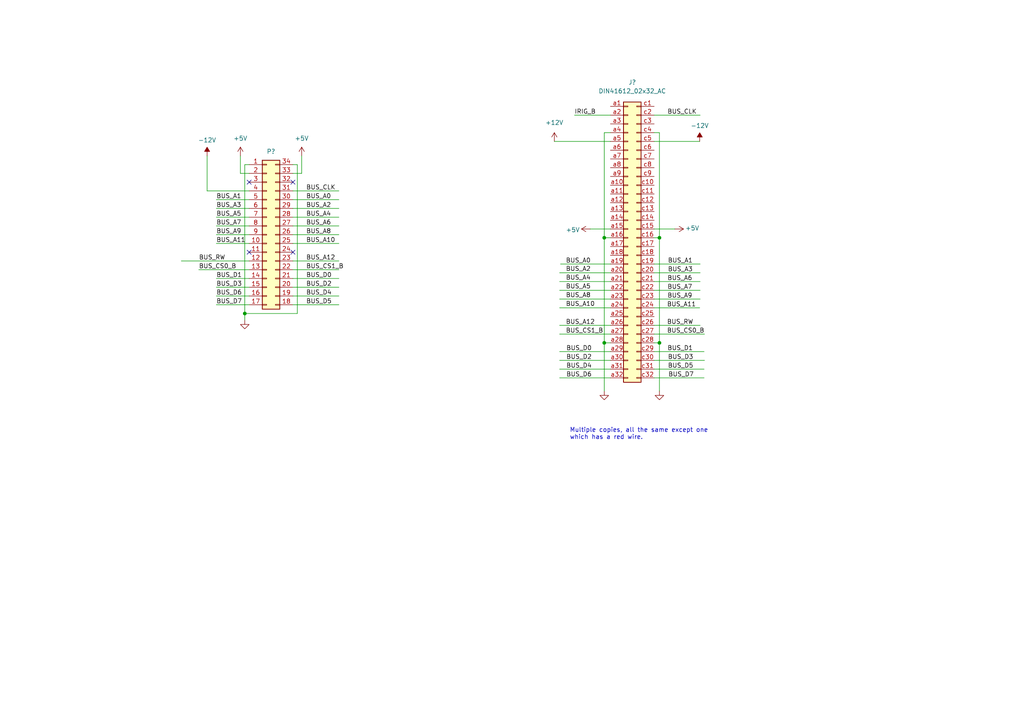
<source format=kicad_sch>
(kicad_sch (version 20211123) (generator eeschema)
  (paper "A4")
  (title_block (company "Gary Milliorn"))
  (lib_symbols
    (symbol "Connector:DIN41612_02x32_AC" (pin_names (offset 1.016) hide)
      (property "Reference" "J" (at 1.27 40.64 0))
      (property "Value" "DIN41612_02x32_AC" (at 1.27 -43.18 0))
      (symbol "DIN41612_02x32_AC_1_1"
        (rectangle (start -1.27 -40.513) (end 0 -40.767) (stroke (width 0.1524)))
        (rectangle (start -1.27 -37.973) (end 0 -38.227) (stroke (width 0.1524)))
        (rectangle (start -1.27 -35.433) (end 0 -35.687) (stroke (width 0.1524)))
        (rectangle (start -1.27 -32.893) (end 0 -33.147) (stroke (width 0.1524)))
        (rectangle (start -1.27 -30.353) (end 0 -30.607) (stroke (width 0.1524)))
        (rectangle (start -1.27 -27.813) (end 0 -28.067) (stroke (width 0.1524)))
        (rectangle (start -1.27 -25.273) (end 0 -25.527) (stroke (width 0.1524)))
        (rectangle (start -1.27 -22.733) (end 0 -22.987) (stroke (width 0.1524)))
        (rectangle (start -1.27 -20.193) (end 0 -20.447) (stroke (width 0.1524)))
        (rectangle (start -1.27 -17.653) (end 0 -17.907) (stroke (width 0.1524)))
        (rectangle (start -1.27 -15.113) (end 0 -15.367) (stroke (width 0.1524)))
        (rectangle (start -1.27 -12.573) (end 0 -12.827) (stroke (width 0.1524)))
        (rectangle (start -1.27 -10.033) (end 0 -10.287) (stroke (width 0.1524)))
        (rectangle (start -1.27 -7.493) (end 0 -7.747) (stroke (width 0.1524)))
        (rectangle (start -1.27 -4.953) (end 0 -5.207) (stroke (width 0.1524)))
        (rectangle (start -1.27 -2.413) (end 0 -2.667) (stroke (width 0.1524)))
        (rectangle (start -1.27 0.127) (end 0 -0.127) (stroke (width 0.1524)))
        (rectangle (start -1.27 2.667) (end 0 2.413) (stroke (width 0.1524)))
        (rectangle (start -1.27 5.207) (end 0 4.953) (stroke (width 0.1524)))
        (rectangle (start -1.27 7.747) (end 0 7.493) (stroke (width 0.1524)))
        (rectangle (start -1.27 10.287) (end 0 10.033) (stroke (width 0.1524)))
        (rectangle (start -1.27 12.827) (end 0 12.573) (stroke (width 0.1524)))
        (rectangle (start -1.27 15.367) (end 0 15.113) (stroke (width 0.1524)))
        (rectangle (start -1.27 17.907) (end 0 17.653) (stroke (width 0.1524)))
        (rectangle (start -1.27 20.447) (end 0 20.193) (stroke (width 0.1524)))
        (rectangle (start -1.27 22.987) (end 0 22.733) (stroke (width 0.1524)))
        (rectangle (start -1.27 25.527) (end 0 25.273) (stroke (width 0.1524)))
        (rectangle (start -1.27 28.067) (end 0 27.813) (stroke (width 0.1524)))
        (rectangle (start -1.27 30.607) (end 0 30.353) (stroke (width 0.1524)))
        (rectangle (start -1.27 33.147) (end 0 32.893) (stroke (width 0.1524)))
        (rectangle (start -1.27 35.687) (end 0 35.433) (stroke (width 0.1524)))
        (rectangle (start -1.27 38.227) (end 0 37.973) (stroke (width 0.1524)))
        (rectangle (start -1.27 39.37) (end 3.81 -41.91) (stroke (width 0.254)) (fill (type background)))
        (rectangle (start 3.81 -40.513) (end 2.54 -40.767) (stroke (width 0.1524)))
        (rectangle (start 3.81 -37.973) (end 2.54 -38.227) (stroke (width 0.1524)))
        (rectangle (start 3.81 -35.433) (end 2.54 -35.687) (stroke (width 0.1524)))
        (rectangle (start 3.81 -32.893) (end 2.54 -33.147) (stroke (width 0.1524)))
        (rectangle (start 3.81 -30.353) (end 2.54 -30.607) (stroke (width 0.1524)))
        (rectangle (start 3.81 -27.813) (end 2.54 -28.067) (stroke (width 0.1524)))
        (rectangle (start 3.81 -25.273) (end 2.54 -25.527) (stroke (width 0.1524)))
        (rectangle (start 3.81 -22.733) (end 2.54 -22.987) (stroke (width 0.1524)))
        (rectangle (start 3.81 -20.193) (end 2.54 -20.447) (stroke (width 0.1524)))
        (rectangle (start 3.81 -17.653) (end 2.54 -17.907) (stroke (width 0.1524)))
        (rectangle (start 3.81 -15.113) (end 2.54 -15.367) (stroke (width 0.1524)))
        (rectangle (start 3.81 -12.573) (end 2.54 -12.827) (stroke (width 0.1524)))
        (rectangle (start 3.81 -10.033) (end 2.54 -10.287) (stroke (width 0.1524)))
        (rectangle (start 3.81 -7.493) (end 2.54 -7.747) (stroke (width 0.1524)))
        (rectangle (start 3.81 -4.953) (end 2.54 -5.207) (stroke (width 0.1524)))
        (rectangle (start 3.81 -2.413) (end 2.54 -2.667) (stroke (width 0.1524)))
        (rectangle (start 3.81 0.127) (end 2.54 -0.127) (stroke (width 0.1524)))
        (rectangle (start 3.81 2.667) (end 2.54 2.413) (stroke (width 0.1524)))
        (rectangle (start 3.81 5.207) (end 2.54 4.953) (stroke (width 0.1524)))
        (rectangle (start 3.81 7.747) (end 2.54 7.493) (stroke (width 0.1524)))
        (rectangle (start 3.81 10.287) (end 2.54 10.033) (stroke (width 0.1524)))
        (rectangle (start 3.81 12.827) (end 2.54 12.573) (stroke (width 0.1524)))
        (rectangle (start 3.81 15.367) (end 2.54 15.113) (stroke (width 0.1524)))
        (rectangle (start 3.81 17.907) (end 2.54 17.653) (stroke (width 0.1524)))
        (rectangle (start 3.81 20.447) (end 2.54 20.193) (stroke (width 0.1524)))
        (rectangle (start 3.81 22.987) (end 2.54 22.733) (stroke (width 0.1524)))
        (rectangle (start 3.81 25.527) (end 2.54 25.273) (stroke (width 0.1524)))
        (rectangle (start 3.81 28.067) (end 2.54 27.813) (stroke (width 0.1524)))
        (rectangle (start 3.81 30.607) (end 2.54 30.353) (stroke (width 0.1524)))
        (rectangle (start 3.81 33.147) (end 2.54 32.893) (stroke (width 0.1524)))
        (rectangle (start 3.81 35.687) (end 2.54 35.433) (stroke (width 0.1524)))
        (rectangle (start 3.81 38.227) (end 2.54 37.973) (stroke (width 0.1524)))
        (pin passive line (at -5.08 38.1 0) (length 3.81) (name "Pin_a1") (number "a1"))
        (pin passive line (at -5.08 15.24 0) (length 3.81) (name "Pin_a10") (number "a10"))
        (pin passive line (at -5.08 12.7 0) (length 3.81) (name "Pin_a11") (number "a11"))
        (pin passive line (at -5.08 10.16 0) (length 3.81) (name "Pin_a12") (number "a12"))
        (pin passive line (at -5.08 7.62 0) (length 3.81) (name "Pin_a13") (number "a13"))
        (pin passive line (at -5.08 5.08 0) (length 3.81) (name "Pin_a14") (number "a14"))
        (pin passive line (at -5.08 2.54 0) (length 3.81) (name "Pin_a15") (number "a15"))
        (pin passive line (at -5.08 0 0) (length 3.81) (name "Pin_a16") (number "a16"))
        (pin passive line (at -5.08 -2.54 0) (length 3.81) (name "Pin_a17") (number "a17"))
        (pin passive line (at -5.08 -5.08 0) (length 3.81) (name "Pin_a18") (number "a18"))
        (pin passive line (at -5.08 -7.62 0) (length 3.81) (name "Pin_a19") (number "a19"))
        (pin passive line (at -5.08 35.56 0) (length 3.81) (name "Pin_a2") (number "a2"))
        (pin passive line (at -5.08 -10.16 0) (length 3.81) (name "Pin_a20") (number "a20"))
        (pin passive line (at -5.08 -12.7 0) (length 3.81) (name "Pin_a21") (number "a21"))
        (pin passive line (at -5.08 -15.24 0) (length 3.81) (name "Pin_a22") (number "a22"))
        (pin passive line (at -5.08 -17.78 0) (length 3.81) (name "Pin_a23") (number "a23"))
        (pin passive line (at -5.08 -20.32 0) (length 3.81) (name "Pin_a24") (number "a24"))
        (pin passive line (at -5.08 -22.86 0) (length 3.81) (name "Pin_a25") (number "a25"))
        (pin passive line (at -5.08 -25.4 0) (length 3.81) (name "Pin_a26") (number "a26"))
        (pin passive line (at -5.08 -27.94 0) (length 3.81) (name "Pin_a27") (number "a27"))
        (pin passive line (at -5.08 -30.48 0) (length 3.81) (name "Pin_a28") (number "a28"))
        (pin passive line (at -5.08 -33.02 0) (length 3.81) (name "Pin_a29") (number "a29"))
        (pin passive line (at -5.08 33.02 0) (length 3.81) (name "Pin_a3") (number "a3"))
        (pin passive line (at -5.08 -35.56 0) (length 3.81) (name "Pin_a30") (number "a30"))
        (pin passive line (at -5.08 -38.1 0) (length 3.81) (name "Pin_a31") (number "a31"))
        (pin passive line (at -5.08 -40.64 0) (length 3.81) (name "Pin_a32") (number "a32"))
        (pin passive line (at -5.08 30.48 0) (length 3.81) (name "Pin_a4") (number "a4"))
        (pin passive line (at -5.08 27.94 0) (length 3.81) (name "Pin_a5") (number "a5"))
        (pin passive line (at -5.08 25.4 0) (length 3.81) (name "Pin_a6") (number "a6"))
        (pin passive line (at -5.08 22.86 0) (length 3.81) (name "Pin_a7") (number "a7"))
        (pin passive line (at -5.08 20.32 0) (length 3.81) (name "Pin_a8") (number "a8"))
        (pin passive line (at -5.08 17.78 0) (length 3.81) (name "Pin_a9") (number "a9"))
        (pin passive line (at 7.62 38.1 180) (length 3.81) (name "Pin_c1") (number "c1"))
        (pin passive line (at 7.62 15.24 180) (length 3.81) (name "Pin_c10") (number "c10"))
        (pin passive line (at 7.62 12.7 180) (length 3.81) (name "Pin_c11") (number "c11"))
        (pin passive line (at 7.62 10.16 180) (length 3.81) (name "Pin_c12") (number "c12"))
        (pin passive line (at 7.62 7.62 180) (length 3.81) (name "Pin_c13") (number "c13"))
        (pin passive line (at 7.62 5.08 180) (length 3.81) (name "Pin_c14") (number "c14"))
        (pin passive line (at 7.62 2.54 180) (length 3.81) (name "Pin_c15") (number "c15"))
        (pin passive line (at 7.62 0 180) (length 3.81) (name "Pin_c16") (number "c16"))
        (pin passive line (at 7.62 -2.54 180) (length 3.81) (name "Pin_c17") (number "c17"))
        (pin passive line (at 7.62 -5.08 180) (length 3.81) (name "Pin_c18") (number "c18"))
        (pin passive line (at 7.62 -7.62 180) (length 3.81) (name "Pin_c19") (number "c19"))
        (pin passive line (at 7.62 35.56 180) (length 3.81) (name "Pin_c2") (number "c2"))
        (pin passive line (at 7.62 -10.16 180) (length 3.81) (name "Pin_c20") (number "c20"))
        (pin passive line (at 7.62 -12.7 180) (length 3.81) (name "Pin_c21") (number "c21"))
        (pin passive line (at 7.62 -15.24 180) (length 3.81) (name "Pin_c22") (number "c22"))
        (pin passive line (at 7.62 -17.78 180) (length 3.81) (name "Pin_c23") (number "c23"))
        (pin passive line (at 7.62 -20.32 180) (length 3.81) (name "Pin_c24") (number "c24"))
        (pin passive line (at 7.62 -22.86 180) (length 3.81) (name "Pin_c25") (number "c25"))
        (pin passive line (at 7.62 -25.4 180) (length 3.81) (name "Pin_c26") (number "c26"))
        (pin passive line (at 7.62 -27.94 180) (length 3.81) (name "Pin_c27") (number "c27"))
        (pin passive line (at 7.62 -30.48 180) (length 3.81) (name "Pin_c28") (number "c28"))
        (pin passive line (at 7.62 -33.02 180) (length 3.81) (name "Pin_c29") (number "c29"))
        (pin passive line (at 7.62 33.02 180) (length 3.81) (name "Pin_c3") (number "c3"))
        (pin passive line (at 7.62 -35.56 180) (length 3.81) (name "Pin_c30") (number "c30"))
        (pin passive line (at 7.62 -38.1 180) (length 3.81) (name "Pin_c31") (number "c31"))
        (pin passive line (at 7.62 -40.64 180) (length 3.81) (name "Pin_c32") (number "c32"))
        (pin passive line (at 7.62 30.48 180) (length 3.81) (name "Pin_c4") (number "c4"))
        (pin passive line (at 7.62 27.94 180) (length 3.81) (name "Pin_c5") (number "c5"))
        (pin passive line (at 7.62 25.4 180) (length 3.81) (name "Pin_c6") (number "c6"))
        (pin passive line (at 7.62 22.86 180) (length 3.81) (name "Pin_c7") (number "c7"))
        (pin passive line (at 7.62 20.32 180) (length 3.81) (name "Pin_c8") (number "c8"))
        (pin passive line (at 7.62 17.78 180) (length 3.81) (name "Pin_c9") (number "c9"))
      )
    )
    (symbol "Connector_Generic:Conn_02x17_Counter_Clockwise" (pin_names (offset 1.016) hide)
      (property "Reference" "J" (at 1.27 22.86 0))
      (property "Value" "Conn_02x17_Counter_Clockwise" (at 1.27 -22.86 0))
      (symbol "Conn_02x17_Counter_Clockwise_1_1"
        (rectangle (start -1.27 -20.193) (end 0 -20.447) (stroke (width 0.1524)))
        (rectangle (start -1.27 -17.653) (end 0 -17.907) (stroke (width 0.1524)))
        (rectangle (start -1.27 -15.113) (end 0 -15.367) (stroke (width 0.1524)))
        (rectangle (start -1.27 -12.573) (end 0 -12.827) (stroke (width 0.1524)))
        (rectangle (start -1.27 -10.033) (end 0 -10.287) (stroke (width 0.1524)))
        (rectangle (start -1.27 -7.493) (end 0 -7.747) (stroke (width 0.1524)))
        (rectangle (start -1.27 -4.953) (end 0 -5.207) (stroke (width 0.1524)))
        (rectangle (start -1.27 -2.413) (end 0 -2.667) (stroke (width 0.1524)))
        (rectangle (start -1.27 0.127) (end 0 -0.127) (stroke (width 0.1524)))
        (rectangle (start -1.27 2.667) (end 0 2.413) (stroke (width 0.1524)))
        (rectangle (start -1.27 5.207) (end 0 4.953) (stroke (width 0.1524)))
        (rectangle (start -1.27 7.747) (end 0 7.493) (stroke (width 0.1524)))
        (rectangle (start -1.27 10.287) (end 0 10.033) (stroke (width 0.1524)))
        (rectangle (start -1.27 12.827) (end 0 12.573) (stroke (width 0.1524)))
        (rectangle (start -1.27 15.367) (end 0 15.113) (stroke (width 0.1524)))
        (rectangle (start -1.27 17.907) (end 0 17.653) (stroke (width 0.1524)))
        (rectangle (start -1.27 20.447) (end 0 20.193) (stroke (width 0.1524)))
        (rectangle (start -1.27 21.59) (end 3.81 -21.59) (stroke (width 0.254)) (fill (type background)))
        (rectangle (start 3.81 -20.193) (end 2.54 -20.447) (stroke (width 0.1524)))
        (rectangle (start 3.81 -17.653) (end 2.54 -17.907) (stroke (width 0.1524)))
        (rectangle (start 3.81 -15.113) (end 2.54 -15.367) (stroke (width 0.1524)))
        (rectangle (start 3.81 -12.573) (end 2.54 -12.827) (stroke (width 0.1524)))
        (rectangle (start 3.81 -10.033) (end 2.54 -10.287) (stroke (width 0.1524)))
        (rectangle (start 3.81 -7.493) (end 2.54 -7.747) (stroke (width 0.1524)))
        (rectangle (start 3.81 -4.953) (end 2.54 -5.207) (stroke (width 0.1524)))
        (rectangle (start 3.81 -2.413) (end 2.54 -2.667) (stroke (width 0.1524)))
        (rectangle (start 3.81 0.127) (end 2.54 -0.127) (stroke (width 0.1524)))
        (rectangle (start 3.81 2.667) (end 2.54 2.413) (stroke (width 0.1524)))
        (rectangle (start 3.81 5.207) (end 2.54 4.953) (stroke (width 0.1524)))
        (rectangle (start 3.81 7.747) (end 2.54 7.493) (stroke (width 0.1524)))
        (rectangle (start 3.81 10.287) (end 2.54 10.033) (stroke (width 0.1524)))
        (rectangle (start 3.81 12.827) (end 2.54 12.573) (stroke (width 0.1524)))
        (rectangle (start 3.81 15.367) (end 2.54 15.113) (stroke (width 0.1524)))
        (rectangle (start 3.81 17.907) (end 2.54 17.653) (stroke (width 0.1524)))
        (rectangle (start 3.81 20.447) (end 2.54 20.193) (stroke (width 0.1524)))
        (pin passive line (at -5.08 20.32 0) (length 3.81) (name "Pin_1") (number "1"))
        (pin passive line (at -5.08 -2.54 0) (length 3.81) (name "Pin_10") (number "10"))
        (pin passive line (at -5.08 -5.08 0) (length 3.81) (name "Pin_11") (number "11"))
        (pin passive line (at -5.08 -7.62 0) (length 3.81) (name "Pin_12") (number "12"))
        (pin passive line (at -5.08 -10.16 0) (length 3.81) (name "Pin_13") (number "13"))
        (pin passive line (at -5.08 -12.7 0) (length 3.81) (name "Pin_14") (number "14"))
        (pin passive line (at -5.08 -15.24 0) (length 3.81) (name "Pin_15") (number "15"))
        (pin passive line (at -5.08 -17.78 0) (length 3.81) (name "Pin_16") (number "16"))
        (pin passive line (at -5.08 -20.32 0) (length 3.81) (name "Pin_17") (number "17"))
        (pin passive line (at 7.62 -20.32 180) (length 3.81) (name "Pin_18") (number "18"))
        (pin passive line (at 7.62 -17.78 180) (length 3.81) (name "Pin_19") (number "19"))
        (pin passive line (at -5.08 17.78 0) (length 3.81) (name "Pin_2") (number "2"))
        (pin passive line (at 7.62 -15.24 180) (length 3.81) (name "Pin_20") (number "20"))
        (pin passive line (at 7.62 -12.7 180) (length 3.81) (name "Pin_21") (number "21"))
        (pin passive line (at 7.62 -10.16 180) (length 3.81) (name "Pin_22") (number "22"))
        (pin passive line (at 7.62 -7.62 180) (length 3.81) (name "Pin_23") (number "23"))
        (pin passive line (at 7.62 -5.08 180) (length 3.81) (name "Pin_24") (number "24"))
        (pin passive line (at 7.62 -2.54 180) (length 3.81) (name "Pin_25") (number "25"))
        (pin passive line (at 7.62 0 180) (length 3.81) (name "Pin_26") (number "26"))
        (pin passive line (at 7.62 2.54 180) (length 3.81) (name "Pin_27") (number "27"))
        (pin passive line (at 7.62 5.08 180) (length 3.81) (name "Pin_28") (number "28"))
        (pin passive line (at 7.62 7.62 180) (length 3.81) (name "Pin_29") (number "29"))
        (pin passive line (at -5.08 15.24 0) (length 3.81) (name "Pin_3") (number "3"))
        (pin passive line (at 7.62 10.16 180) (length 3.81) (name "Pin_30") (number "30"))
        (pin passive line (at 7.62 12.7 180) (length 3.81) (name "Pin_31") (number "31"))
        (pin passive line (at 7.62 15.24 180) (length 3.81) (name "Pin_32") (number "32"))
        (pin passive line (at 7.62 17.78 180) (length 3.81) (name "Pin_33") (number "33"))
        (pin passive line (at 7.62 20.32 180) (length 3.81) (name "Pin_34") (number "34"))
        (pin passive line (at -5.08 12.7 0) (length 3.81) (name "Pin_4") (number "4"))
        (pin passive line (at -5.08 10.16 0) (length 3.81) (name "Pin_5") (number "5"))
        (pin passive line (at -5.08 7.62 0) (length 3.81) (name "Pin_6") (number "6"))
        (pin passive line (at -5.08 5.08 0) (length 3.81) (name "Pin_7") (number "7"))
        (pin passive line (at -5.08 2.54 0) (length 3.81) (name "Pin_8") (number "8"))
        (pin passive line (at -5.08 0 0) (length 3.81) (name "Pin_9") (number "9"))
      )
    )
    (symbol "power:+12V" (power) (pin_names (offset 0))
      (property "Value" "+12V" (at 0 3.556 0))
      (symbol "+12V_0_1"
        (polyline (pts (xy -0.762 1.27) (xy 0 2.54)))
        (polyline (pts (xy 0 0) (xy 0 2.54)))
        (polyline (pts (xy 0 2.54) (xy 0.762 1.27)))
      )
      (symbol "+12V_1_1"
        (pin power_in line (at 0 0 90) (length 0) hide (name "+12V") (number "1"))
      )
    )
    (symbol "power:+5V" (power) (pin_names (offset 0))
      (property "Value" "+5V" (at 0 3.556 0))
      (symbol "+5V_0_1"
        (polyline (pts (xy -0.762 1.27) (xy 0 2.54)))
        (polyline (pts (xy 0 0) (xy 0 2.54)))
        (polyline (pts (xy 0 2.54) (xy 0.762 1.27)))
      )
      (symbol "+5V_1_1"
        (pin power_in line (at 0 0 90) (length 0) hide (name "+5V") (number "1"))
      )
    )
    (symbol "power:-12V" (power) (pin_names (offset 0))
      (property "Value" "-12V" (at 0 3.81 0))
      (symbol "-12V_0_0"
        (pin power_in line (at 0 0 90) (length 0) hide (name "-12V") (number "1"))
      )
      (symbol "-12V_0_1"
        (polyline (pts (xy 0 0) (xy 0 1.27) (xy 0.762 1.27) (xy 0 2.54) (xy -0.762 1.27) (xy 0 1.27)) (fill (type outline)))
      )
    )
    (symbol "power:GND" (power) (pin_names (offset 0))
      (property "Value" "GND" (at 0 -3.81 0))
      (symbol "GND_0_1"
        (polyline (pts (xy 0 0) (xy 0 -1.27) (xy 1.27 -1.27) (xy 0 -2.54) (xy -1.27 -1.27) (xy 0 -1.27)))
      )
      (symbol "GND_1_1"
        (pin power_in line (at 0 0 270) (length 0) hide (name "GND") (number "1"))
      )
    )
  )
  (junction (at 70.993 90.932))
  (junction (at 191.262 99.441))
  (junction (at 175.26 68.961))
  (junction (at 175.26 99.441))
  (junction (at 191.262 68.961))
  (no_connect (at 84.963 52.832))
  (no_connect (at 72.263 52.832))
  (no_connect (at 72.263 73.152))
  (no_connect (at 84.963 73.152))
  (wire (pts (xy 177.038 41.021) (xy 160.782 41.021)))
  (wire (pts (xy 191.262 99.441) (xy 191.262 113.411)))
  (wire (pts (xy 189.738 101.981) (xy 204.216 101.981)))
  (wire (pts (xy 84.963 62.992) (xy 98.298 62.992)))
  (wire (pts (xy 189.738 84.201) (xy 203.073 84.201)))
  (wire (pts (xy 189.738 107.061) (xy 204.216 107.061)))
  (wire (pts (xy 70.993 47.752) (xy 70.993 90.932)))
  (wire (pts (xy 62.738 80.772) (xy 72.263 80.772)))
  (wire (pts (xy 62.738 70.612) (xy 72.263 70.612)))
  (wire (pts (xy 189.738 33.401) (xy 203.073 33.401)))
  (wire (pts (xy 162.306 94.361) (xy 177.038 94.361)))
  (wire (pts (xy 84.963 55.372) (xy 98.298 55.372)))
  (wire (pts (xy 84.963 68.072) (xy 98.298 68.072)))
  (wire (pts (xy 62.738 57.912) (xy 72.263 57.912)))
  (wire (pts (xy 72.263 78.232) (xy 57.658 78.232)))
  (wire (pts (xy 191.262 99.441) (xy 191.262 68.961)))
  (wire (pts (xy 162.306 96.901) (xy 177.038 96.901)))
  (wire (pts (xy 84.963 70.612) (xy 98.298 70.612)))
  (wire (pts (xy 175.26 99.441) (xy 175.26 68.961)))
  (wire (pts (xy 189.738 104.521) (xy 204.343 104.521)))
  (wire (pts (xy 72.263 50.292) (xy 69.723 50.292)))
  (wire (pts (xy 84.963 65.532) (xy 98.298 65.532)))
  (wire (pts (xy 162.306 84.201) (xy 177.038 84.201)))
  (wire (pts (xy 171.196 66.421) (xy 177.038 66.421)))
  (wire (pts (xy 162.306 79.121) (xy 177.038 79.121)))
  (wire (pts (xy 191.262 68.961) (xy 191.262 38.481)))
  (wire (pts (xy 162.56 76.581) (xy 177.038 76.581)))
  (wire (pts (xy 86.233 47.752) (xy 84.963 47.752)))
  (wire (pts (xy 189.738 76.581) (xy 203.073 76.581)))
  (wire (pts (xy 162.306 81.661) (xy 177.038 81.661)))
  (wire (pts (xy 177.038 38.481) (xy 175.26 38.481)))
  (wire (pts (xy 69.723 45.212) (xy 69.723 50.292)))
  (wire (pts (xy 62.738 68.072) (xy 72.263 68.072)))
  (wire (pts (xy 175.26 99.441) (xy 175.26 113.411)))
  (wire (pts (xy 175.26 99.441) (xy 177.038 99.441)))
  (wire (pts (xy 84.963 80.772) (xy 98.298 80.772)))
  (wire (pts (xy 84.963 75.692) (xy 98.298 75.692)))
  (wire (pts (xy 84.963 88.392) (xy 98.298 88.392)))
  (wire (pts (xy 84.963 85.852) (xy 98.298 85.852)))
  (wire (pts (xy 70.993 90.932) (xy 86.233 90.932)))
  (wire (pts (xy 52.578 75.692) (xy 72.263 75.692)))
  (wire (pts (xy 189.738 96.901) (xy 204.343 96.901)))
  (wire (pts (xy 189.738 109.601) (xy 204.216 109.601)))
  (wire (pts (xy 162.306 89.281) (xy 177.038 89.281)))
  (wire (pts (xy 84.963 78.232) (xy 98.298 78.232)))
  (wire (pts (xy 191.262 38.481) (xy 189.738 38.481)))
  (wire (pts (xy 84.963 57.912) (xy 98.298 57.912)))
  (wire (pts (xy 72.263 83.312) (xy 62.738 83.312)))
  (wire (pts (xy 62.738 85.852) (xy 72.263 85.852)))
  (wire (pts (xy 162.306 104.521) (xy 177.038 104.521)))
  (wire (pts (xy 87.503 50.292) (xy 84.963 50.292)))
  (wire (pts (xy 189.738 89.281) (xy 202.946 89.281)))
  (wire (pts (xy 189.738 79.121) (xy 203.073 79.121)))
  (wire (pts (xy 62.738 60.452) (xy 72.263 60.452)))
  (wire (pts (xy 162.306 101.981) (xy 177.038 101.981)))
  (wire (pts (xy 166.624 33.401) (xy 177.038 33.401)))
  (wire (pts (xy 62.738 65.532) (xy 72.263 65.532)))
  (wire (pts (xy 162.306 109.601) (xy 177.038 109.601)))
  (wire (pts (xy 189.738 41.021) (xy 202.946 41.021)))
  (wire (pts (xy 189.738 81.661) (xy 203.073 81.661)))
  (wire (pts (xy 162.306 107.061) (xy 177.038 107.061)))
  (wire (pts (xy 86.233 90.932) (xy 86.233 47.752)))
  (wire (pts (xy 72.263 55.372) (xy 60.071 55.372)))
  (wire (pts (xy 72.263 47.752) (xy 70.993 47.752)))
  (wire (pts (xy 84.963 83.312) (xy 98.298 83.312)))
  (wire (pts (xy 175.26 68.961) (xy 177.038 68.961)))
  (wire (pts (xy 60.071 55.372) (xy 60.071 45.212)))
  (wire (pts (xy 189.738 94.361) (xy 203.073 94.361)))
  (wire (pts (xy 84.963 60.452) (xy 98.298 60.452)))
  (wire (pts (xy 175.26 38.481) (xy 175.26 68.961)))
  (wire (pts (xy 87.503 45.212) (xy 87.503 50.292)))
  (wire (pts (xy 62.738 88.392) (xy 72.263 88.392)))
  (wire (pts (xy 189.738 66.421) (xy 195.707 66.421)))
  (wire (pts (xy 191.262 68.961) (xy 189.738 68.961)))
  (wire (pts (xy 189.738 86.741) (xy 203.073 86.741)))
  (wire (pts (xy 189.738 99.441) (xy 191.262 99.441)))
  (wire (pts (xy 62.738 62.992) (xy 72.263 62.992)))
  (wire (pts (xy 70.993 90.932) (xy 70.993 92.837)))
  (wire (pts (xy 162.306 86.741) (xy 177.038 86.741)))
  (text "Multiple copies, all the same except one\nwhich has a red wire." (at 165.227 127.635 0) (effects (font (size 1.27 1.27)) (justify left bottom)))
  (label "BUS_D2" (at 164.211 104.521 0))
  (label "BUS_A7" (at 193.548 84.201 0))
  (label "BUS_A4" (at 164.084 81.534 0))
  (label "BUS_CS0_B" (at 57.658 78.232 0))
  (label "BUS_A9" (at 193.548 86.741 0))
  (label "BUS_A3" (at 62.738 60.452 0))
  (label "BUS_D4" (at 164.211 107.061 0))
  (label "BUS_D5" (at 193.675 107.061 0))
  (label "BUS_D6" (at 62.738 85.852 0))
  (label "BUS_CLK" (at 193.548 33.401 0))
  (label "BUS_D6" (at 164.211 109.601 0))
  (label "BUS_D4" (at 88.773 85.852 0))
  (label "BUS_A9" (at 62.738 68.072 0))
  (label "BUS_A0" (at 164.084 76.581 0))
  (label "BUS_D1" (at 193.548 101.981 0))
  (label "BUS_CS1_B" (at 88.773 78.232 0))
  (label "BUS_A4" (at 88.773 62.992 0))
  (label "BUS_A11" (at 193.421 89.281 0))
  (label "BUS_A7" (at 62.738 65.532 0))
  (label "BUS_A2" (at 164.084 78.994 0))
  (label "BUS_A12" (at 164.084 94.361 0))
  (label "BUS_A5" (at 164.084 84.074 0))
  (label "BUS_A0" (at 88.773 57.912 0))
  (label "BUS_A8" (at 164.084 86.614 0))
  (label "BUS_A10" (at 164.084 89.154 0))
  (label "BUS_A5" (at 62.738 62.992 0))
  (label "BUS_A1" (at 193.675 76.581 0))
  (label "BUS_RW" (at 193.421 94.361 0))
  (label "BUS_A6" (at 193.548 81.661 0))
  (label "BUS_D0" (at 88.773 80.772 0))
  (label "BUS_D0" (at 164.211 101.981 0))
  (label "BUS_A12" (at 88.773 75.692 0))
  (label "BUS_D3" (at 193.675 104.521 0))
  (label "IRIG_B" (at 166.624 33.401 0))
  (label "BUS_A2" (at 88.773 60.452 0))
  (label "BUS_A8" (at 88.773 68.072 0))
  (label "BUS_D7" (at 193.802 109.601 0))
  (label "BUS_A3" (at 193.675 79.121 0))
  (label "BUS_D1" (at 62.738 80.772 0))
  (label "BUS_D5" (at 88.773 88.392 0))
  (label "BUS_D3" (at 62.738 83.312 0))
  (label "BUS_A6" (at 88.773 65.532 0))
  (label "BUS_D2" (at 88.773 83.312 0))
  (label "BUS_RW" (at 57.658 75.692 0))
  (label "BUS_A11" (at 62.738 70.612 0))
  (label "BUS_D7" (at 62.738 88.392 0))
  (label "BUS_CLK" (at 88.773 55.372 0))
  (label "BUS_A1" (at 62.738 57.912 0))
  (label "BUS_A10" (at 88.773 70.612 0))
  (label "BUS_CS1_B" (at 164.084 96.901 0))
  (label "BUS_CS0_B" (at 193.421 96.901 0))
  (symbol (lib_id "power:-12V") (at 60.071 45.212 0) (unit 1)
    (property "Reference" "#PWR?" (effects hide))
    (property "Value" "-12V" (at 60.071 40.64 0))
  )
  (symbol (lib_id "power:+5V") (at 171.196 66.421 90) (unit 1)
    (property "Reference" "#PWR?" (effects hide))
    (property "Value" "+5V" (at 164.084 66.675 90) (effects (justify right)))
  )
  (symbol (lib_id "Connector_Generic:Conn_02x17_Counter_Clockwise") (at 77.343 68.072 0) (unit 1)
    (property "Reference" "P?" (at 78.613 43.942 0))
    (property "Value" "Conn_02x17_Counter_Clockwise" (effects hide))
  )
  (symbol (lib_id "power:GND") (at 70.993 92.837 0) (unit 1)
    (property "Reference" "#PWR?" (effects hide))
    (property "Value" "GND" (effects hide))
  )
  (symbol (lib_id "power:GND") (at 175.26 113.411 0) (unit 1)
    (property "Reference" "#PWR?" (effects hide))
    (property "Value" "GND" (effects hide))
  )
  (symbol (lib_id "power:-12V") (at 202.946 41.021 0) (unit 1)
    (property "Reference" "#PWR?" (effects hide))
    (property "Value" "-12V" (at 202.946 36.449 0))
  )
  (symbol (lib_id "power:+5V") (at 87.503 45.212 0) (unit 1)
    (property "Reference" "#PWR?" (effects hide))
    (property "Value" "+5V" (at 87.503 40.132 0))
  )
  (symbol (lib_id "Connector:DIN41612_02x32_AC") (at 182.118 68.961 0) (unit 1)
    (property "Reference" "J?" (at 183.388 23.876 0))
    (property "Value" "DIN41612_02x32_AC" (at 183.388 26.416 0))
  )
  (symbol (lib_id "power:GND") (at 191.262 113.411 0) (unit 1)
    (property "Reference" "#PWR?" (effects hide))
    (property "Value" "GND" (effects hide))
  )
  (symbol (lib_id "power:+5V") (at 195.707 66.421 270) (unit 1)
    (property "Reference" "#PWR?" (effects hide))
    (property "Value" "+5V" (at 202.819 66.167 90) (effects (justify right)))
  )
  (symbol (lib_id "power:+5V") (at 69.723 45.212 0) (unit 1)
    (property "Reference" "#PWR?" (effects hide))
    (property "Value" "+5V" (at 69.723 40.132 0))
  )
  (symbol (lib_id "power:+12V") (at 160.782 41.021 0) (unit 1)
    (property "Reference" "#PWR?" (effects hide))
    (property "Value" "+12V" (at 160.782 35.56 0))
  )
)
</source>
